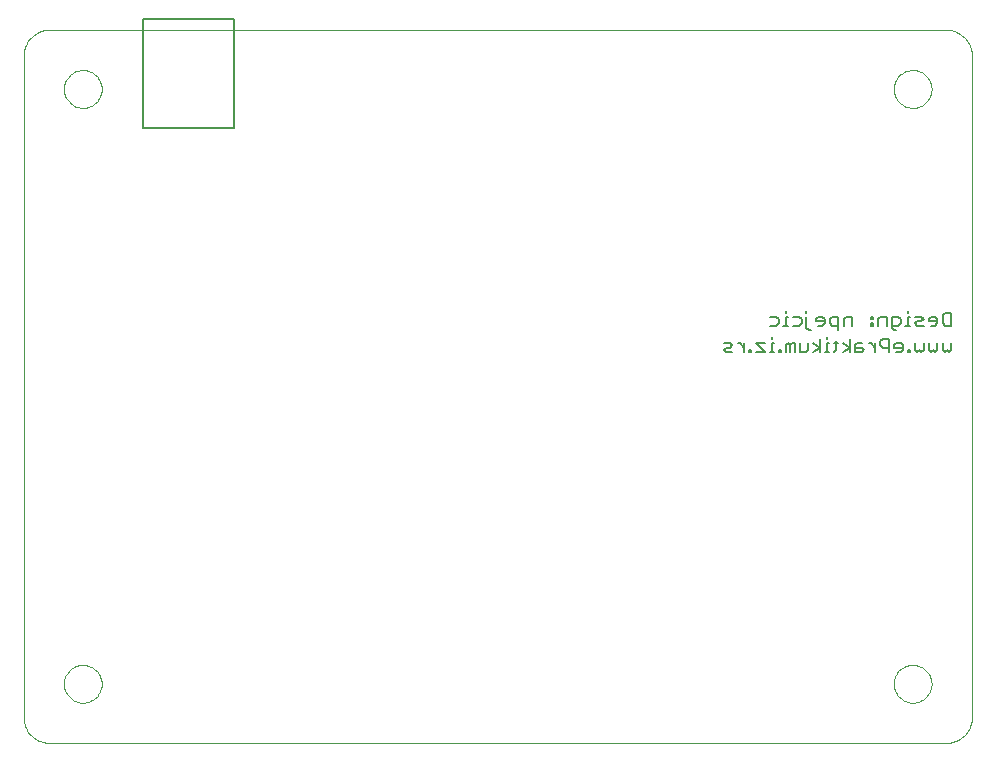
<source format=gbo>
G75*
G70*
%OFA0B0*%
%FSLAX24Y24*%
%IPPOS*%
%LPD*%
%AMOC8*
5,1,8,0,0,1.08239X$1,22.5*
%
%ADD10C,0.0000*%
%ADD11C,0.0070*%
%ADD12C,0.0050*%
D10*
X003197Y007660D02*
X033224Y007660D01*
X033281Y007666D01*
X033338Y007676D01*
X033394Y007690D01*
X033449Y007708D01*
X033503Y007729D01*
X033555Y007754D01*
X033605Y007783D01*
X033653Y007815D01*
X033699Y007850D01*
X033743Y007888D01*
X033783Y007928D01*
X033821Y007972D01*
X033856Y008018D01*
X033888Y008066D01*
X033917Y008116D01*
X033942Y008168D01*
X033963Y008222D01*
X033981Y008277D01*
X033995Y008333D01*
X034005Y008390D01*
X034011Y008447D01*
X034011Y030637D01*
X034011Y030638D02*
X034005Y030695D01*
X033995Y030752D01*
X033981Y030808D01*
X033963Y030863D01*
X033942Y030917D01*
X033917Y030969D01*
X033888Y031019D01*
X033856Y031067D01*
X033821Y031113D01*
X033783Y031157D01*
X033743Y031197D01*
X033699Y031235D01*
X033653Y031270D01*
X033605Y031302D01*
X033555Y031331D01*
X033503Y031356D01*
X033449Y031377D01*
X033394Y031395D01*
X033338Y031409D01*
X033281Y031419D01*
X033224Y031425D01*
X003197Y031425D01*
X003140Y031419D01*
X003083Y031409D01*
X003027Y031395D01*
X002972Y031377D01*
X002918Y031356D01*
X002866Y031331D01*
X002816Y031302D01*
X002768Y031270D01*
X002722Y031235D01*
X002678Y031197D01*
X002638Y031157D01*
X002600Y031113D01*
X002565Y031067D01*
X002533Y031019D01*
X002504Y030969D01*
X002479Y030917D01*
X002458Y030863D01*
X002440Y030808D01*
X002426Y030752D01*
X002416Y030695D01*
X002410Y030638D01*
X002410Y030637D02*
X002410Y008447D01*
X002416Y008390D01*
X002426Y008333D01*
X002440Y008277D01*
X002458Y008222D01*
X002479Y008168D01*
X002504Y008116D01*
X002533Y008066D01*
X002565Y008018D01*
X002600Y007972D01*
X002638Y007928D01*
X002678Y007888D01*
X002722Y007850D01*
X002768Y007815D01*
X002816Y007783D01*
X002866Y007754D01*
X002918Y007729D01*
X002972Y007708D01*
X003027Y007690D01*
X003083Y007676D01*
X003140Y007666D01*
X003197Y007660D01*
X003749Y009629D02*
X003751Y009679D01*
X003757Y009729D01*
X003767Y009778D01*
X003781Y009826D01*
X003798Y009873D01*
X003819Y009918D01*
X003844Y009962D01*
X003872Y010003D01*
X003904Y010042D01*
X003938Y010079D01*
X003975Y010113D01*
X004015Y010143D01*
X004057Y010170D01*
X004101Y010194D01*
X004147Y010215D01*
X004194Y010231D01*
X004242Y010244D01*
X004292Y010253D01*
X004341Y010258D01*
X004392Y010259D01*
X004442Y010256D01*
X004491Y010249D01*
X004540Y010238D01*
X004588Y010223D01*
X004634Y010205D01*
X004679Y010183D01*
X004722Y010157D01*
X004763Y010128D01*
X004802Y010096D01*
X004838Y010061D01*
X004870Y010023D01*
X004900Y009983D01*
X004927Y009940D01*
X004950Y009896D01*
X004969Y009850D01*
X004985Y009802D01*
X004997Y009753D01*
X005005Y009704D01*
X005009Y009654D01*
X005009Y009604D01*
X005005Y009554D01*
X004997Y009505D01*
X004985Y009456D01*
X004969Y009408D01*
X004950Y009362D01*
X004927Y009318D01*
X004900Y009275D01*
X004870Y009235D01*
X004838Y009197D01*
X004802Y009162D01*
X004763Y009130D01*
X004722Y009101D01*
X004679Y009075D01*
X004634Y009053D01*
X004588Y009035D01*
X004540Y009020D01*
X004491Y009009D01*
X004442Y009002D01*
X004392Y008999D01*
X004341Y009000D01*
X004292Y009005D01*
X004242Y009014D01*
X004194Y009027D01*
X004147Y009043D01*
X004101Y009064D01*
X004057Y009088D01*
X004015Y009115D01*
X003975Y009145D01*
X003938Y009179D01*
X003904Y009216D01*
X003872Y009255D01*
X003844Y009296D01*
X003819Y009340D01*
X003798Y009385D01*
X003781Y009432D01*
X003767Y009480D01*
X003757Y009529D01*
X003751Y009579D01*
X003749Y009629D01*
X003749Y029456D02*
X003751Y029506D01*
X003757Y029556D01*
X003767Y029605D01*
X003781Y029653D01*
X003798Y029700D01*
X003819Y029745D01*
X003844Y029789D01*
X003872Y029830D01*
X003904Y029869D01*
X003938Y029906D01*
X003975Y029940D01*
X004015Y029970D01*
X004057Y029997D01*
X004101Y030021D01*
X004147Y030042D01*
X004194Y030058D01*
X004242Y030071D01*
X004292Y030080D01*
X004341Y030085D01*
X004392Y030086D01*
X004442Y030083D01*
X004491Y030076D01*
X004540Y030065D01*
X004588Y030050D01*
X004634Y030032D01*
X004679Y030010D01*
X004722Y029984D01*
X004763Y029955D01*
X004802Y029923D01*
X004838Y029888D01*
X004870Y029850D01*
X004900Y029810D01*
X004927Y029767D01*
X004950Y029723D01*
X004969Y029677D01*
X004985Y029629D01*
X004997Y029580D01*
X005005Y029531D01*
X005009Y029481D01*
X005009Y029431D01*
X005005Y029381D01*
X004997Y029332D01*
X004985Y029283D01*
X004969Y029235D01*
X004950Y029189D01*
X004927Y029145D01*
X004900Y029102D01*
X004870Y029062D01*
X004838Y029024D01*
X004802Y028989D01*
X004763Y028957D01*
X004722Y028928D01*
X004679Y028902D01*
X004634Y028880D01*
X004588Y028862D01*
X004540Y028847D01*
X004491Y028836D01*
X004442Y028829D01*
X004392Y028826D01*
X004341Y028827D01*
X004292Y028832D01*
X004242Y028841D01*
X004194Y028854D01*
X004147Y028870D01*
X004101Y028891D01*
X004057Y028915D01*
X004015Y028942D01*
X003975Y028972D01*
X003938Y029006D01*
X003904Y029043D01*
X003872Y029082D01*
X003844Y029123D01*
X003819Y029167D01*
X003798Y029212D01*
X003781Y029259D01*
X003767Y029307D01*
X003757Y029356D01*
X003751Y029406D01*
X003749Y029456D01*
X031413Y029456D02*
X031415Y029506D01*
X031421Y029556D01*
X031431Y029605D01*
X031445Y029653D01*
X031462Y029700D01*
X031483Y029745D01*
X031508Y029789D01*
X031536Y029830D01*
X031568Y029869D01*
X031602Y029906D01*
X031639Y029940D01*
X031679Y029970D01*
X031721Y029997D01*
X031765Y030021D01*
X031811Y030042D01*
X031858Y030058D01*
X031906Y030071D01*
X031956Y030080D01*
X032005Y030085D01*
X032056Y030086D01*
X032106Y030083D01*
X032155Y030076D01*
X032204Y030065D01*
X032252Y030050D01*
X032298Y030032D01*
X032343Y030010D01*
X032386Y029984D01*
X032427Y029955D01*
X032466Y029923D01*
X032502Y029888D01*
X032534Y029850D01*
X032564Y029810D01*
X032591Y029767D01*
X032614Y029723D01*
X032633Y029677D01*
X032649Y029629D01*
X032661Y029580D01*
X032669Y029531D01*
X032673Y029481D01*
X032673Y029431D01*
X032669Y029381D01*
X032661Y029332D01*
X032649Y029283D01*
X032633Y029235D01*
X032614Y029189D01*
X032591Y029145D01*
X032564Y029102D01*
X032534Y029062D01*
X032502Y029024D01*
X032466Y028989D01*
X032427Y028957D01*
X032386Y028928D01*
X032343Y028902D01*
X032298Y028880D01*
X032252Y028862D01*
X032204Y028847D01*
X032155Y028836D01*
X032106Y028829D01*
X032056Y028826D01*
X032005Y028827D01*
X031956Y028832D01*
X031906Y028841D01*
X031858Y028854D01*
X031811Y028870D01*
X031765Y028891D01*
X031721Y028915D01*
X031679Y028942D01*
X031639Y028972D01*
X031602Y029006D01*
X031568Y029043D01*
X031536Y029082D01*
X031508Y029123D01*
X031483Y029167D01*
X031462Y029212D01*
X031445Y029259D01*
X031431Y029307D01*
X031421Y029356D01*
X031415Y029406D01*
X031413Y029456D01*
X031413Y009629D02*
X031415Y009679D01*
X031421Y009729D01*
X031431Y009778D01*
X031445Y009826D01*
X031462Y009873D01*
X031483Y009918D01*
X031508Y009962D01*
X031536Y010003D01*
X031568Y010042D01*
X031602Y010079D01*
X031639Y010113D01*
X031679Y010143D01*
X031721Y010170D01*
X031765Y010194D01*
X031811Y010215D01*
X031858Y010231D01*
X031906Y010244D01*
X031956Y010253D01*
X032005Y010258D01*
X032056Y010259D01*
X032106Y010256D01*
X032155Y010249D01*
X032204Y010238D01*
X032252Y010223D01*
X032298Y010205D01*
X032343Y010183D01*
X032386Y010157D01*
X032427Y010128D01*
X032466Y010096D01*
X032502Y010061D01*
X032534Y010023D01*
X032564Y009983D01*
X032591Y009940D01*
X032614Y009896D01*
X032633Y009850D01*
X032649Y009802D01*
X032661Y009753D01*
X032669Y009704D01*
X032673Y009654D01*
X032673Y009604D01*
X032669Y009554D01*
X032661Y009505D01*
X032649Y009456D01*
X032633Y009408D01*
X032614Y009362D01*
X032591Y009318D01*
X032564Y009275D01*
X032534Y009235D01*
X032502Y009197D01*
X032466Y009162D01*
X032427Y009130D01*
X032386Y009101D01*
X032343Y009075D01*
X032298Y009053D01*
X032252Y009035D01*
X032204Y009020D01*
X032155Y009009D01*
X032106Y009002D01*
X032056Y008999D01*
X032005Y009000D01*
X031956Y009005D01*
X031906Y009014D01*
X031858Y009027D01*
X031811Y009043D01*
X031765Y009064D01*
X031721Y009088D01*
X031679Y009115D01*
X031639Y009145D01*
X031602Y009179D01*
X031568Y009216D01*
X031536Y009255D01*
X031508Y009296D01*
X031483Y009340D01*
X031462Y009385D01*
X031445Y009432D01*
X031431Y009480D01*
X031421Y009529D01*
X031415Y009579D01*
X031413Y009629D01*
D11*
X031498Y020695D02*
X031642Y020695D01*
X031714Y020767D01*
X031714Y020910D01*
X031642Y020982D01*
X031498Y020982D01*
X031427Y020910D01*
X031427Y020838D01*
X031714Y020838D01*
X031872Y020767D02*
X031872Y020695D01*
X031944Y020695D01*
X031944Y020767D01*
X031872Y020767D01*
X032117Y020767D02*
X032117Y020982D01*
X032117Y020767D02*
X032189Y020695D01*
X032261Y020767D01*
X032332Y020695D01*
X032404Y020767D01*
X032404Y020982D01*
X032578Y020982D02*
X032578Y020767D01*
X032649Y020695D01*
X032721Y020767D01*
X032793Y020695D01*
X032865Y020767D01*
X032865Y020982D01*
X033038Y020982D02*
X033038Y020767D01*
X033110Y020695D01*
X033182Y020767D01*
X033253Y020695D01*
X033325Y020767D01*
X033325Y020982D01*
X033325Y021570D02*
X033110Y021570D01*
X033038Y021642D01*
X033038Y021929D01*
X033110Y022000D01*
X033325Y022000D01*
X033325Y021570D01*
X032865Y021642D02*
X032865Y021785D01*
X032793Y021857D01*
X032649Y021857D01*
X032578Y021785D01*
X032578Y021713D01*
X032865Y021713D01*
X032865Y021642D02*
X032793Y021570D01*
X032649Y021570D01*
X032404Y021570D02*
X032189Y021570D01*
X032117Y021642D01*
X032189Y021713D01*
X032332Y021713D01*
X032404Y021785D01*
X032332Y021857D01*
X032117Y021857D01*
X031944Y021857D02*
X031872Y021857D01*
X031872Y021570D01*
X031944Y021570D02*
X031800Y021570D01*
X031637Y021642D02*
X031565Y021570D01*
X031350Y021570D01*
X031350Y021498D02*
X031350Y021857D01*
X031565Y021857D01*
X031637Y021785D01*
X031637Y021642D01*
X031493Y021427D02*
X031422Y021427D01*
X031350Y021498D01*
X031177Y021570D02*
X031177Y021857D01*
X030961Y021857D01*
X030890Y021785D01*
X030890Y021570D01*
X030716Y021570D02*
X030716Y021642D01*
X030644Y021642D01*
X030644Y021570D01*
X030716Y021570D01*
X030716Y021785D02*
X030644Y021785D01*
X030644Y021857D01*
X030716Y021857D01*
X030716Y021785D01*
X030026Y021857D02*
X030026Y021570D01*
X030026Y021857D02*
X029810Y021857D01*
X029739Y021785D01*
X029739Y021570D01*
X029565Y021570D02*
X029350Y021570D01*
X029278Y021642D01*
X029278Y021785D01*
X029350Y021857D01*
X029565Y021857D01*
X029565Y021427D01*
X029493Y021054D02*
X029493Y020767D01*
X029422Y020695D01*
X029258Y020695D02*
X029115Y020695D01*
X029186Y020695D02*
X029186Y020982D01*
X029258Y020982D01*
X029186Y021125D02*
X029186Y021197D01*
X028951Y021125D02*
X028951Y020695D01*
X028951Y020838D02*
X028736Y020982D01*
X028568Y020982D02*
X028568Y020767D01*
X028496Y020695D01*
X028281Y020695D01*
X028281Y020982D01*
X028107Y020982D02*
X028035Y020982D01*
X027964Y020910D01*
X027892Y020982D01*
X027820Y020910D01*
X027820Y020695D01*
X027964Y020695D02*
X027964Y020910D01*
X028107Y020982D02*
X028107Y020695D01*
X027647Y020695D02*
X027575Y020695D01*
X027575Y020767D01*
X027647Y020767D01*
X027647Y020695D01*
X027417Y020695D02*
X027273Y020695D01*
X027345Y020695D02*
X027345Y020982D01*
X027417Y020982D01*
X027345Y021125D02*
X027345Y021197D01*
X027110Y020982D02*
X026823Y020982D01*
X027110Y020695D01*
X026823Y020695D01*
X026649Y020695D02*
X026578Y020695D01*
X026578Y020767D01*
X026649Y020767D01*
X026649Y020695D01*
X026419Y020695D02*
X026419Y020982D01*
X026276Y020982D02*
X026419Y020838D01*
X026276Y020982D02*
X026204Y020982D01*
X026035Y020910D02*
X025964Y020982D01*
X025749Y020982D01*
X025820Y020838D02*
X025964Y020838D01*
X026035Y020910D01*
X026035Y020695D02*
X025820Y020695D01*
X025749Y020767D01*
X025820Y020838D01*
X027283Y021570D02*
X027498Y021570D01*
X027570Y021642D01*
X027570Y021785D01*
X027498Y021857D01*
X027283Y021857D01*
X027805Y021857D02*
X027805Y021570D01*
X027734Y021570D02*
X027877Y021570D01*
X028051Y021570D02*
X028266Y021570D01*
X028337Y021642D01*
X028337Y021785D01*
X028266Y021857D01*
X028051Y021857D01*
X027877Y021857D02*
X027805Y021857D01*
X027805Y022000D02*
X027805Y022072D01*
X028501Y022072D02*
X028501Y022000D01*
X028501Y021857D02*
X028501Y021498D01*
X028573Y021427D01*
X028644Y021427D01*
X028890Y021570D02*
X029033Y021570D01*
X029105Y021642D01*
X029105Y021785D01*
X029033Y021857D01*
X028890Y021857D01*
X028818Y021785D01*
X028818Y021713D01*
X029105Y021713D01*
X029422Y020982D02*
X029565Y020982D01*
X029734Y020982D02*
X029949Y020838D01*
X029734Y020695D01*
X029949Y020695D02*
X029949Y021125D01*
X030122Y020910D02*
X030122Y020695D01*
X030337Y020695D01*
X030409Y020767D01*
X030337Y020838D01*
X030122Y020838D01*
X030122Y020910D02*
X030194Y020982D01*
X030337Y020982D01*
X030578Y020982D02*
X030649Y020982D01*
X030793Y020838D01*
X030793Y020695D02*
X030793Y020982D01*
X030966Y021054D02*
X030966Y020910D01*
X031038Y020838D01*
X031253Y020838D01*
X031253Y020695D02*
X031253Y021125D01*
X031038Y021125D01*
X030966Y021054D01*
X031872Y022000D02*
X031872Y022072D01*
X028951Y020838D02*
X028736Y020695D01*
D12*
X009426Y028161D02*
X006394Y028161D01*
X006394Y031803D01*
X009426Y031803D01*
X009426Y028161D01*
M02*

</source>
